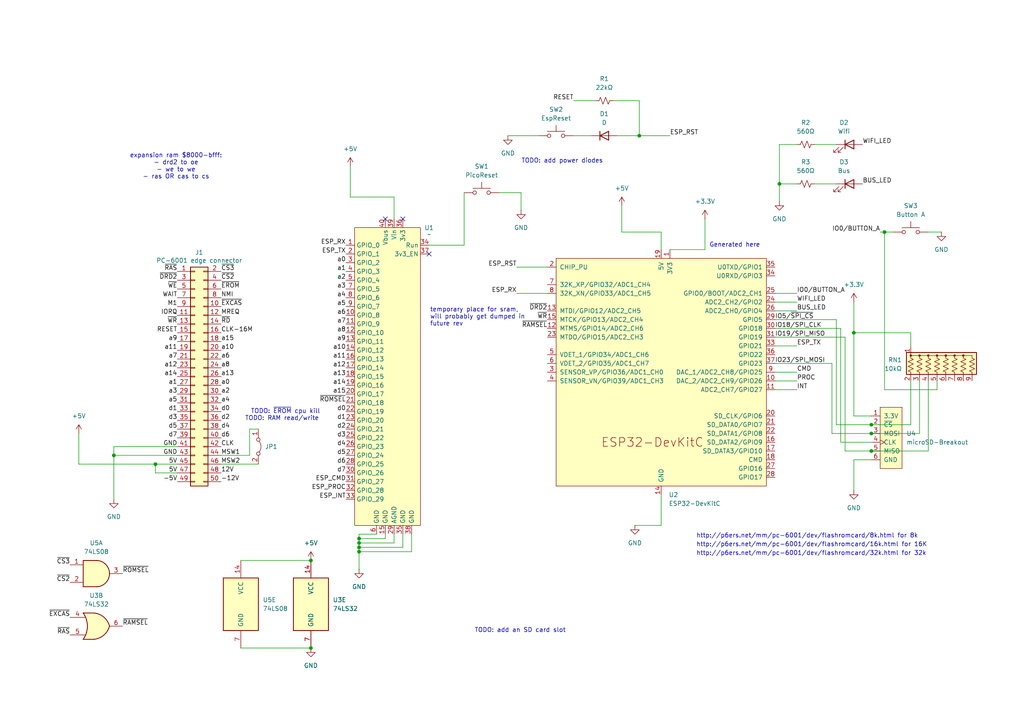
<source format=kicad_sch>
(kicad_sch (version 20231120) (generator "eeschema") (generator_version "8.0")
  (paper "A4")
  (lib_symbols
    (symbol "+5V_1" (power) (pin_numbers hide) (pin_names (offset 0) hide)
      (property "Value" "+5V" (at 0 3.556 0))
      (symbol "+5V_1_1_1"
        (pin power_in line (at 0 0 90) (length 0) (name "~") (number "1"))
      )
    )
    (symbol "+5V_2" (power) (pin_numbers hide) (pin_names (offset 0) hide)
      (property "Value" "+5V" (at 0 3.556 0))
      (symbol "+5V_2_1_1"
        (pin power_in line (at 0 0 90) (length 0) (name "~") (number "1"))
      )
    )
    (symbol "+5V_3" (power) (pin_numbers hide) (pin_names (offset 0) hide)
      (property "Value" "+5V" (at 0 3.556 0))
      (symbol "+5V_3_1_1"
        (pin power_in line (at 0 0 90) (length 0) (name "~") (number "1"))
      )
    )
    (symbol "74xx:74LS08" (pin_names (offset 1.016))
      (property "Reference" "U" (at 0 1.27 0))
      (property "Value" "74LS08" (at 0 -1.27 0))
      (symbol "74LS08_1_1"
        (pin input line (at -7.62 2.54 0) (length 3.81) (name "~") (number "1"))
        (pin input line (at -7.62 -2.54 0) (length 3.81) (name "~") (number "2"))
        (pin output line (at 7.62 0 180) (length 3.81) (name "~") (number "3"))
      )
      (symbol "74LS08_1_2"
        (pin input inverted (at -7.62 2.54 0) (length 4.318) (name "~") (number "1"))
        (pin input inverted (at -7.62 -2.54 0) (length 4.318) (name "~") (number "2"))
        (pin output inverted (at 7.62 0 180) (length 3.81) (name "~") (number "3"))
      )
      (symbol "74LS08_2_1"
        (pin input line (at -7.62 2.54 0) (length 3.81) (name "~") (number "4"))
        (pin input line (at -7.62 -2.54 0) (length 3.81) (name "~") (number "5"))
        (pin output line (at 7.62 0 180) (length 3.81) (name "~") (number "6"))
      )
      (symbol "74LS08_2_2"
        (pin input inverted (at -7.62 2.54 0) (length 4.318) (name "~") (number "4"))
        (pin input inverted (at -7.62 -2.54 0) (length 4.318) (name "~") (number "5"))
        (pin output inverted (at 7.62 0 180) (length 3.81) (name "~") (number "6"))
      )
      (symbol "74LS08_3_1"
        (pin input line (at -7.62 -2.54 0) (length 3.81) (name "~") (number "10"))
        (pin output line (at 7.62 0 180) (length 3.81) (name "~") (number "8"))
        (pin input line (at -7.62 2.54 0) (length 3.81) (name "~") (number "9"))
      )
      (symbol "74LS08_3_2"
        (pin input inverted (at -7.62 -2.54 0) (length 4.318) (name "~") (number "10"))
        (pin output inverted (at 7.62 0 180) (length 3.81) (name "~") (number "8"))
        (pin input inverted (at -7.62 2.54 0) (length 4.318) (name "~") (number "9"))
      )
      (symbol "74LS08_4_1"
        (pin output line (at 7.62 0 180) (length 3.81) (name "~") (number "11"))
        (pin input line (at -7.62 2.54 0) (length 3.81) (name "~") (number "12"))
        (pin input line (at -7.62 -2.54 0) (length 3.81) (name "~") (number "13"))
      )
      (symbol "74LS08_4_2"
        (pin output inverted (at 7.62 0 180) (length 3.81) (name "~") (number "11"))
        (pin input inverted (at -7.62 2.54 0) (length 4.318) (name "~") (number "12"))
        (pin input inverted (at -7.62 -2.54 0) (length 4.318) (name "~") (number "13"))
      )
      (symbol "74LS08_5_0"
        (pin power_in line (at 0 12.7 270) (length 5.08) (name "VCC") (number "14"))
        (pin power_in line (at 0 -12.7 90) (length 5.08) (name "GND") (number "7"))
      )
    )
    (symbol "74xx:74LS32" (pin_names (offset 1.016))
      (property "Reference" "U" (at 0 1.27 0))
      (property "Value" "74LS32" (at 0 -1.27 0))
      (symbol "74LS32_1_1"
        (pin input line (at -7.62 2.54 0) (length 4.318) (name "~") (number "1"))
        (pin input line (at -7.62 -2.54 0) (length 4.318) (name "~") (number "2"))
        (pin output line (at 7.62 0 180) (length 3.81) (name "~") (number "3"))
      )
      (symbol "74LS32_1_2"
        (pin input inverted (at -7.62 2.54 0) (length 3.81) (name "~") (number "1"))
        (pin input inverted (at -7.62 -2.54 0) (length 3.81) (name "~") (number "2"))
        (pin output inverted (at 7.62 0 180) (length 3.81) (name "~") (number "3"))
      )
      (symbol "74LS32_2_1"
        (pin input line (at -7.62 2.54 0) (length 4.318) (name "~") (number "4"))
        (pin input line (at -7.62 -2.54 0) (length 4.318) (name "~") (number "5"))
        (pin output line (at 7.62 0 180) (length 3.81) (name "~") (number "6"))
      )
      (symbol "74LS32_2_2"
        (pin input inverted (at -7.62 2.54 0) (length 3.81) (name "~") (number "4"))
        (pin input inverted (at -7.62 -2.54 0) (length 3.81) (name "~") (number "5"))
        (pin output inverted (at 7.62 0 180) (length 3.81) (name "~") (number "6"))
      )
      (symbol "74LS32_3_1"
        (pin input line (at -7.62 -2.54 0) (length 4.318) (name "~") (number "10"))
        (pin output line (at 7.62 0 180) (length 3.81) (name "~") (number "8"))
        (pin input line (at -7.62 2.54 0) (length 4.318) (name "~") (number "9"))
      )
      (symbol "74LS32_3_2"
        (pin input inverted (at -7.62 -2.54 0) (length 3.81) (name "~") (number "10"))
        (pin output inverted (at 7.62 0 180) (length 3.81) (name "~") (number "8"))
        (pin input inverted (at -7.62 2.54 0) (length 3.81) (name "~") (number "9"))
      )
      (symbol "74LS32_4_1"
        (pin output line (at 7.62 0 180) (length 3.81) (name "~") (number "11"))
        (pin input line (at -7.62 2.54 0) (length 4.318) (name "~") (number "12"))
        (pin input line (at -7.62 -2.54 0) (length 4.318) (name "~") (number "13"))
      )
      (symbol "74LS32_4_2"
        (pin output inverted (at 7.62 0 180) (length 3.81) (name "~") (number "11"))
        (pin input inverted (at -7.62 2.54 0) (length 3.81) (name "~") (number "12"))
        (pin input inverted (at -7.62 -2.54 0) (length 3.81) (name "~") (number "13"))
      )
      (symbol "74LS32_5_0"
        (pin power_in line (at 0 12.7 270) (length 5.08) (name "VCC") (number "14"))
        (pin power_in line (at 0 -12.7 90) (length 5.08) (name "GND") (number "7"))
      )
    )
    (symbol "Connector_Generic:Conn_02x25_Odd_Even" (pin_names (offset 1.016) hide)
      (property "Reference" "J" (at 1.27 33.02 0))
      (property "Value" "Conn_02x25_Odd_Even" (at 1.27 -33.02 0))
      (symbol "Conn_02x25_Odd_Even_1_1"
        (pin passive line (at -5.08 30.48 0) (length 3.81) (name "Pin_1") (number "1"))
        (pin passive line (at 7.62 20.32 180) (length 3.81) (name "Pin_10") (number "10"))
        (pin passive line (at -5.08 17.78 0) (length 3.81) (name "Pin_11") (number "11"))
        (pin passive line (at 7.62 17.78 180) (length 3.81) (name "Pin_12") (number "12"))
        (pin passive line (at -5.08 15.24 0) (length 3.81) (name "Pin_13") (number "13"))
        (pin passive line (at 7.62 15.24 180) (length 3.81) (name "Pin_14") (number "14"))
        (pin passive line (at -5.08 12.7 0) (length 3.81) (name "Pin_15") (number "15"))
        (pin passive line (at 7.62 12.7 180) (length 3.81) (name "Pin_16") (number "16"))
        (pin passive line (at -5.08 10.16 0) (length 3.81) (name "Pin_17") (number "17"))
        (pin passive line (at 7.62 10.16 180) (length 3.81) (name "Pin_18") (number "18"))
        (pin passive line (at -5.08 7.62 0) (length 3.81) (name "Pin_19") (number "19"))
        (pin passive line (at 7.62 30.48 180) (length 3.81) (name "Pin_2") (number "2"))
        (pin passive line (at 7.62 7.62 180) (length 3.81) (name "Pin_20") (number "20"))
        (pin passive line (at -5.08 5.08 0) (length 3.81) (name "Pin_21") (number "21"))
        (pin passive line (at 7.62 5.08 180) (length 3.81) (name "Pin_22") (number "22"))
        (pin passive line (at -5.08 2.54 0) (length 3.81) (name "Pin_23") (number "23"))
        (pin passive line (at 7.62 2.54 180) (length 3.81) (name "Pin_24") (number "24"))
        (pin passive line (at -5.08 0 0) (length 3.81) (name "Pin_25") (number "25"))
        (pin passive line (at 7.62 0 180) (length 3.81) (name "Pin_26") (number "26"))
        (pin passive line (at -5.08 -2.54 0) (length 3.81) (name "Pin_27") (number "27"))
        (pin passive line (at 7.62 -2.54 180) (length 3.81) (name "Pin_28") (number "28"))
        (pin passive line (at -5.08 -5.08 0) (length 3.81) (name "Pin_29") (number "29"))
        (pin passive line (at -5.08 27.94 0) (length 3.81) (name "Pin_3") (number "3"))
        (pin passive line (at 7.62 -5.08 180) (length 3.81) (name "Pin_30") (number "30"))
        (pin passive line (at -5.08 -7.62 0) (length 3.81) (name "Pin_31") (number "31"))
        (pin passive line (at 7.62 -7.62 180) (length 3.81) (name "Pin_32") (number "32"))
        (pin passive line (at -5.08 -10.16 0) (length 3.81) (name "Pin_33") (number "33"))
        (pin passive line (at 7.62 -10.16 180) (length 3.81) (name "Pin_34") (number "34"))
        (pin passive line (at -5.08 -12.7 0) (length 3.81) (name "Pin_35") (number "35"))
        (pin passive line (at 7.62 -12.7 180) (length 3.81) (name "Pin_36") (number "36"))
        (pin passive line (at -5.08 -15.24 0) (length 3.81) (name "Pin_37") (number "37"))
        (pin passive line (at 7.62 -15.24 180) (length 3.81) (name "Pin_38") (number "38"))
        (pin passive line (at -5.08 -17.78 0) (length 3.81) (name "Pin_39") (number "39"))
        (pin passive line (at 7.62 27.94 180) (length 3.81) (name "Pin_4") (number "4"))
        (pin passive line (at 7.62 -17.78 180) (length 3.81) (name "Pin_40") (number "40"))
        (pin passive line (at -5.08 -20.32 0) (length 3.81) (name "Pin_41") (number "41"))
        (pin passive line (at 7.62 -20.32 180) (length 3.81) (name "Pin_42") (number "42"))
        (pin passive line (at -5.08 -22.86 0) (length 3.81) (name "Pin_43") (number "43"))
        (pin passive line (at 7.62 -22.86 180) (length 3.81) (name "Pin_44") (number "44"))
        (pin passive line (at -5.08 -25.4 0) (length 3.81) (name "Pin_45") (number "45"))
        (pin passive line (at 7.62 -25.4 180) (length 3.81) (name "Pin_46") (number "46"))
        (pin passive line (at -5.08 -27.94 0) (length 3.81) (name "Pin_47") (number "47"))
        (pin passive line (at 7.62 -27.94 180) (length 3.81) (name "Pin_48") (number "48"))
        (pin passive line (at -5.08 -30.48 0) (length 3.81) (name "Pin_49") (number "49"))
        (pin passive line (at -5.08 25.4 0) (length 3.81) (name "Pin_5") (number "5"))
        (pin passive line (at 7.62 -30.48 180) (length 3.81) (name "Pin_50") (number "50"))
        (pin passive line (at 7.62 25.4 180) (length 3.81) (name "Pin_6") (number "6"))
        (pin passive line (at -5.08 22.86 0) (length 3.81) (name "Pin_7") (number "7"))
        (pin passive line (at 7.62 22.86 180) (length 3.81) (name "Pin_8") (number "8"))
        (pin passive line (at -5.08 20.32 0) (length 3.81) (name "Pin_9") (number "9"))
      )
    )
    (symbol "Device:D" (pin_numbers hide) (pin_names (offset 1.016) hide)
      (property "Reference" "D" (at 0 2.54 0))
      (property "Value" "D" (at 0 -2.54 0))
      (symbol "D_1_1"
        (pin passive line (at -3.81 0 0) (length 2.54) (name "K") (number "1"))
        (pin passive line (at 3.81 0 180) (length 2.54) (name "A") (number "2"))
      )
    )
    (symbol "Device:LED" (pin_numbers hide) (pin_names (offset 1.016) hide)
      (property "Reference" "D" (at 0 2.54 0))
      (property "Value" "LED" (at 0 -2.54 0))
      (symbol "LED_1_1"
        (pin passive line (at -3.81 0 0) (length 2.54) (name "K") (number "1"))
        (pin passive line (at 3.81 0 180) (length 2.54) (name "A") (number "2"))
      )
    )
    (symbol "Device:R_Network08_US" (pin_names (offset 0) hide)
      (property "Reference" "RN" (at -12.7 0 90))
      (property "Value" "R_Network08_US" (at 10.16 0 90))
      (symbol "R_Network08_US_1_1"
        (pin passive line (at -10.16 5.08 270) (length 2.54) (name "common") (number "1"))
        (pin passive line (at -10.16 -5.08 90) (length 1.27) (name "R1") (number "2"))
        (pin passive line (at -7.62 -5.08 90) (length 1.27) (name "R2") (number "3"))
        (pin passive line (at -5.08 -5.08 90) (length 1.27) (name "R3") (number "4"))
        (pin passive line (at -2.54 -5.08 90) (length 1.27) (name "R4") (number "5"))
        (pin passive line (at 0 -5.08 90) (length 1.27) (name "R5") (number "6"))
        (pin passive line (at 2.54 -5.08 90) (length 1.27) (name "R6") (number "7"))
        (pin passive line (at 5.08 -5.08 90) (length 1.27) (name "R7") (number "8"))
        (pin passive line (at 7.62 -5.08 90) (length 1.27) (name "R8") (number "9"))
      )
    )
    (symbol "Device:R_Small_US" (pin_numbers hide) (pin_names (offset 0.254) hide)
      (property "Reference" "R" (at 0.762 0.508 0))
      (property "Value" "R_Small_US" (at 0.762 -1.016 0))
      (symbol "R_Small_US_1_1"
        (pin passive line (at 0 2.54 270) (length 1.016) (name "~") (number "1"))
        (pin passive line (at 0 -2.54 90) (length 1.016) (name "~") (number "2"))
      )
    )
    (symbol "Espressif:ESP32-DevKitC" (pin_names (offset 1.016))
      (property "Reference" "U" (at -30.48 38.1 0))
      (property "Value" "ESP32-DevKitC" (at -30.48 35.56 0))
      (symbol "ESP32-DevKitC_0_0"
        (text "ESP32-DevKitC" (at -2.54 -20.32 0) (effects (font (size 2.54 2.54))))
        (pin power_in line (at 0 -35.56 90) (length 2.54) (name "GND") (number "14"))
        (pin power_in line (at 0 35.56 270) (length 2.54) (name "5V") (number "19"))
      )
      (symbol "ESP32-DevKitC_1_1"
        (pin power_in line (at 2.54 35.56 270) (length 2.54) (name "3V3") (number "1"))
        (pin bidirectional line (at 33.02 -2.54 180) (length 2.54) (name "DAC_2/ADC2_CH9/GPIO26") (number "10"))
        (pin bidirectional line (at 33.02 -5.08 180) (length 2.54) (name "ADC2_CH7/GPIO27") (number "11"))
        (pin bidirectional line (at -33.02 12.7 0) (length 2.54) (name "MTMS/GPIO14/ADC2_CH6") (number "12"))
        (pin bidirectional line (at -33.02 17.78 0) (length 2.54) (name "MTDI/GPIO12/ADC2_CH5") (number "13"))
        (pin bidirectional line (at -33.02 15.24 0) (length 2.54) (name "MTCK/GPIO13/ADC2_CH4") (number "15"))
        (pin bidirectional line (at 33.02 -20.32 180) (length 2.54) (name "SD_DATA2/GPIO9") (number "16"))
        (pin bidirectional line (at 33.02 -22.86 180) (length 2.54) (name "SD_DATA3/GPIO10") (number "17"))
        (pin bidirectional line (at 33.02 -25.4 180) (length 2.54) (name "CMD") (number "18"))
        (pin input line (at -33.02 30.48 0) (length 2.54) (name "CHIP_PU") (number "2"))
        (pin bidirectional line (at 33.02 -12.7 180) (length 2.54) (name "SD_CLK/GPIO6") (number "20"))
        (pin bidirectional line (at 33.02 -15.24 180) (length 2.54) (name "SD_DATA0/GPIO7") (number "21"))
        (pin bidirectional line (at 33.02 -17.78 180) (length 2.54) (name "SD_DATA1/GPIO8") (number "22"))
        (pin bidirectional line (at -33.02 10.16 0) (length 2.54) (name "MTDO/GPIO15/ADC2_CH3") (number "23"))
        (pin bidirectional line (at 33.02 20.32 180) (length 2.54) (name "ADC2_CH2/GPIO2") (number "24"))
        (pin bidirectional line (at 33.02 22.86 180) (length 2.54) (name "GPIO0/BOOT/ADC2_CH1") (number "25"))
        (pin bidirectional line (at 33.02 17.78 180) (length 2.54) (name "ADC2_CH0/GPIO4") (number "26"))
        (pin bidirectional line (at 33.02 -27.94 180) (length 2.54) (name "GPIO16") (number "27"))
        (pin bidirectional line (at 33.02 -30.48 180) (length 2.54) (name "GPIO17") (number "28"))
        (pin bidirectional line (at 33.02 15.24 180) (length 2.54) (name "GPIO5") (number "29"))
        (pin input line (at -33.02 0 0) (length 2.54) (name "SENSOR_VP/GPIO36/ADC1_CH0") (number "3"))
        (pin bidirectional line (at 33.02 12.7 180) (length 2.54) (name "GPIO18") (number "30"))
        (pin bidirectional line (at 33.02 10.16 180) (length 2.54) (name "GPIO19") (number "31"))
        (pin passive line (at 0 -35.56 90) (length 2.54) hide (name "GND") (number "32"))
        (pin bidirectional line (at 33.02 7.62 180) (length 2.54) (name "GPIO21") (number "33"))
        (pin bidirectional line (at 33.02 27.94 180) (length 2.54) (name "U0RXD/GPIO3") (number "34"))
        (pin bidirectional line (at 33.02 30.48 180) (length 2.54) (name "U0TXD/GPIO1") (number "35"))
        (pin bidirectional line (at 33.02 5.08 180) (length 2.54) (name "GPIO22") (number "36"))
        (pin bidirectional line (at 33.02 2.54 180) (length 2.54) (name "GPIO23") (number "37"))
        (pin passive line (at 0 -35.56 90) (length 2.54) hide (name "GND") (number "38"))
        (pin input line (at -33.02 -2.54 0) (length 2.54) (name "SENSOR_VN/GPIO39/ADC1_CH3") (number "4"))
        (pin input line (at -33.02 5.08 0) (length 2.54) (name "VDET_1/GPIO34/ADC1_CH6") (number "5"))
        (pin input line (at -33.02 2.54 0) (length 2.54) (name "VDET_2/GPIO35/ADC1_CH7") (number "6"))
        (pin bidirectional line (at -33.02 25.4 0) (length 2.54) (name "32K_XP/GPIO32/ADC1_CH4") (number "7"))
        (pin bidirectional line (at -33.02 22.86 0) (length 2.54) (name "32K_XN/GPIO33/ADC1_CH5") (number "8"))
        (pin bidirectional line (at 33.02 0 180) (length 2.54) (name "DAC_1/ADC2_CH8/GPIO25") (number "9"))
      )
    )
    (symbol "GND_1" (power) (pin_numbers hide) (pin_names (offset 0) hide)
      (property "Value" "GND" (at 0 -3.81 0))
      (symbol "GND_1_1_1"
        (pin power_in line (at 0 0 270) (length 0) (name "~") (number "1"))
      )
    )
    (symbol "GND_2" (power) (pin_numbers hide) (pin_names (offset 0) hide)
      (property "Value" "GND" (at 0 -3.81 0))
      (symbol "GND_2_1_1"
        (pin power_in line (at 0 0 270) (length 0) (name "~") (number "1"))
      )
    )
    (symbol "GND_3" (power) (pin_numbers hide) (pin_names (offset 0) hide)
      (property "Value" "GND" (at 0 -3.81 0))
      (symbol "GND_3_1_1"
        (pin power_in line (at 0 0 270) (length 0) (name "~") (number "1"))
      )
    )
    (symbol "GND_4" (power) (pin_numbers hide) (pin_names (offset 0) hide)
      (property "Value" "GND" (at 0 -3.81 0))
      (symbol "GND_4_1_1"
        (pin power_in line (at 0 0 270) (length 0) (name "~") (number "1"))
      )
    )
    (symbol "GND_5" (power) (pin_numbers hide) (pin_names (offset 0) hide)
      (property "Value" "GND" (at 0 -3.81 0))
      (symbol "GND_5_1_1"
        (pin power_in line (at 0 0 270) (length 0) (name "~") (number "1"))
      )
    )
    (symbol "GND_6" (power) (pin_numbers hide) (pin_names (offset 0) hide)
      (property "Value" "GND" (at 0 -3.81 0))
      (symbol "GND_6_1_1"
        (pin power_in line (at 0 0 270) (length 0) (name "~") (number "1"))
      )
    )
    (symbol "GND_7" (power) (pin_numbers hide) (pin_names (offset 0) hide)
      (property "Value" "GND" (at 0 -3.81 0))
      (symbol "GND_7_1_1"
        (pin power_in line (at 0 0 270) (length 0) (name "~") (number "1"))
      )
    )
    (symbol "GND_8" (power) (pin_numbers hide) (pin_names (offset 0) hide)
      (property "Value" "GND" (at 0 -3.81 0))
      (symbol "GND_8_1_1"
        (pin power_in line (at 0 0 270) (length 0) (name "~") (number "1"))
      )
    )
    (symbol "Jumper:Jumper_2_Bridged" (pin_names (offset 0) hide)
      (property "Reference" "JP" (at 0 1.905 0))
      (property "Value" "Jumper_2_Bridged" (at 0 -2.54 0))
      (symbol "Jumper_2_Bridged_1_1"
        (pin passive line (at -5.08 0 0) (length 2.54) (name "A") (number "1"))
        (pin passive line (at 5.08 0 180) (length 2.54) (name "B") (number "2"))
      )
    )
    (symbol "Switch:SW_Push" (pin_numbers hide) (pin_names (offset 1.016) hide)
      (property "Reference" "SW" (at 1.27 2.54 0))
      (property "Value" "SW_Push" (at 0 -1.524 0))
      (symbol "SW_Push_0_1"
        (pin passive line (at -5.08 0 0) (length 2.54) (name "1") (number "1"))
        (pin passive line (at 5.08 0 180) (length 2.54) (name "2") (number "2"))
      )
    )
    (symbol "UltimatePico:UltimatePico16MB"
      (property "Reference" "U" (at 0 0 0))
      (symbol "UltimatePico16MB_1_1"
        (pin bidirectional line (at -13.97 -12.7 0) (length 2.54) (name "GPIO_0") (number "1"))
        (pin bidirectional line (at -13.97 -33.02 0) (length 2.54) (name "GPIO_8") (number "10"))
        (pin bidirectional line (at -13.97 -35.56 0) (length 2.54) (name "GPIO_9") (number "11"))
        (pin bidirectional line (at -13.97 -38.1 0) (length 2.54) (name "GPIO_10") (number "12"))
        (pin bidirectional line (at -13.97 -40.64 0) (length 2.54) (name "GPIO_11") (number "13"))
        (pin bidirectional line (at -13.97 -43.18 0) (length 2.54) (name "GPIO_12") (number "14"))
        (pin power_in line (at -2.54 -96.52 90) (length 2.54) (name "GND") (number "15"))
        (pin bidirectional line (at -13.97 -45.72 0) (length 2.54) (name "GPIO_13") (number "16"))
        (pin bidirectional line (at -13.97 -48.26 0) (length 2.54) (name "GPIO_14") (number "17"))
        (pin bidirectional line (at -13.97 -50.8 0) (length 2.54) (name "GPIO_15") (number "18"))
        (pin bidirectional line (at -13.97 -53.34 0) (length 2.54) (name "GPIO_16") (number "19"))
        (pin bidirectional line (at -13.97 -15.24 0) (length 2.54) (name "GPIO_1") (number "2"))
        (pin bidirectional line (at -13.97 -55.88 0) (length 2.54) (name "GPIO_17") (number "20"))
        (pin bidirectional line (at -13.97 -58.42 0) (length 2.54) (name "GPIO_18") (number "21"))
        (pin bidirectional line (at -13.97 -60.96 0) (length 2.54) (name "GPIO_19") (number "22"))
        (pin bidirectional line (at -13.97 -63.5 0) (length 2.54) (name "GPIO_20") (number "23"))
        (pin bidirectional line (at -13.97 -66.04 0) (length 2.54) (name "GPIO_21") (number "24"))
        (pin bidirectional line (at -13.97 -68.58 0) (length 2.54) (name "GPIO_22") (number "25"))
        (pin bidirectional line (at -13.97 -71.12 0) (length 2.54) (name "GPIO_23") (number "26"))
        (pin bidirectional line (at -13.97 -73.66 0) (length 2.54) (name "GPIO_24") (number "27"))
        (pin bidirectional line (at -13.97 -76.2 0) (length 2.54) (name "GPIO_25") (number "28"))
        (pin power_in line (at 0 -96.52 90) (length 2.54) (name "AGND") (number "29"))
        (pin bidirectional line (at -13.97 -17.78 0) (length 2.54) (name "GPIO_2") (number "3"))
        (pin bidirectional line (at -13.97 -78.74 0) (length 2.54) (name "GPIO_26") (number "30"))
        (pin bidirectional line (at -13.97 -81.28 0) (length 2.54) (name "GPIO_27") (number "31"))
        (pin bidirectional line (at -13.97 -83.82 0) (length 2.54) (name "GPIO_28") (number "32"))
        (pin bidirectional line (at -13.97 -86.36 0) (length 2.54) (name "GPIO_29") (number "33"))
        (pin input line (at 10.16 -12.7 180) (length 2.54) (name "Run") (number "34"))
        (pin power_in line (at 2.54 -96.52 90) (length 2.54) (name "GND") (number "35"))
        (pin power_in line (at 2.54 -5.08 270) (length 2.54) (name "3v3") (number "36"))
        (pin input line (at 10.16 -15.24 180) (length 2.54) (name "3v3_EN") (number "37"))
        (pin power_in line (at 5.08 -96.52 90) (length 2.54) (name "GND") (number "38"))
        (pin power_in line (at 0 -5.08 270) (length 2.54) (name "Vin") (number "39"))
        (pin bidirectional line (at -13.97 -20.32 0) (length 2.54) (name "GPIO_3") (number "4"))
        (pin power_in line (at -2.54 -5.08 270) (length 2.54) (name "Vbus") (number "40"))
        (pin bidirectional line (at -13.97 -22.86 0) (length 2.54) (name "GPIO_4") (number "5"))
        (pin power_in line (at -5.08 -96.52 90) (length 2.54) (name "GND") (number "6"))
        (pin bidirectional line (at -13.97 -25.4 0) (length 2.54) (name "GPIO_5") (number "7"))
        (pin bidirectional line (at -13.97 -27.94 0) (length 2.54) (name "GPIO_6") (number "8"))
        (pin bidirectional line (at -13.97 -30.48 0) (length 2.54) (name "GPIO_7") (number "9"))
      )
    )
    (symbol "microSD_Breakout:microSD-Breakout" (pin_names (offset 1.016))
      (property "Reference" "U" (at 0 0 0))
      (property "Value" "microSD-Breakout" (at 0 0 0))
      (symbol "microSD-Breakout_1_1"
        (pin power_in line (at -5.08 16.51 0) (length 2.54) (name "3.3V") (number "1"))
        (pin input line (at -5.08 13.97 0) (length 2.54) (name "~{CS}") (number "2"))
        (pin input line (at -5.08 11.43 0) (length 2.54) (name "MOSI") (number "3"))
        (pin input clock (at -5.08 8.89 0) (length 2.54) (name "CLK") (number "4"))
        (pin output line (at -5.08 6.35 0) (length 2.54) (name "MISO") (number "5"))
        (pin power_in line (at -5.08 3.81 0) (length 2.54) (name "GND") (number "6"))
      )
    )
    (symbol "power:+3.3V" (power) (pin_numbers hide) (pin_names (offset 0) hide)
      (property "Value" "+3.3V" (at 0 3.556 0))
      (symbol "+3.3V_1_1"
        (pin power_in line (at 0 0 90) (length 0) (name "~") (number "1"))
      )
    )
    (symbol "power:+5V" (power) (pin_names (offset 0))
      (property "Value" "+5V" (at 0 3.556 0))
      (symbol "+5V_1_1"
        (pin power_in line (at 0 0 90) (length 0) hide (name "+5V") (number "1"))
      )
    )
    (symbol "power:GND" (power) (pin_names (offset 0))
      (property "Value" "GND" (at 0 -3.81 0))
      (symbol "GND_1_1"
        (pin power_in line (at 0 0 270) (length 0) hide (name "GND") (number "1"))
      )
    )
  )
  (junction (at 256.54 67.31))
  (junction (at 104.14 158.75))
  (junction (at 90.17 187.96))
  (junction (at 185.42 39.37))
  (junction (at 252.73 123.19))
  (junction (at 33.02 132.08))
  (junction (at 90.17 162.56))
  (junction (at 226.06 53.34))
  (junction (at 252.73 125.73))
  (junction (at 247.65 96.52))
  (junction (at 252.73 130.81))
  (junction (at 104.14 156.21))
  (junction (at 104.14 160.02))
  (junction (at 45.085 134.62))
  (junction (at 104.14 157.48))
  (no_connect (at 116.84 63.5))
  (no_connect (at 124.46 73.66))
  (no_connect (at 111.76 63.5))
  (wire (pts (xy 224.79 113.03) (xy 231.14 113.03)))
  (wire (pts (xy 101.6 57.15) (xy 114.3 57.15)))
  (wire (pts (xy 64.135 132.08) (xy 72.39 132.08)))
  (wire (pts (xy 224.79 90.17) (xy 231.14 90.17)))
  (wire (pts (xy 104.14 154.94) (xy 109.22 154.94)))
  (wire (pts (xy 22.86 134.62) (xy 45.085 134.62)))
  (wire (pts (xy 114.3 57.15) (xy 114.3 63.5)))
  (wire (pts (xy 226.06 58.42) (xy 226.06 53.34)))
  (wire (pts (xy 236.22 53.34) (xy 242.57 53.34)))
  (wire (pts (xy 226.06 53.34) (xy 231.14 53.34)))
  (wire (pts (xy 114.3 154.94) (xy 114.3 157.48)))
  (wire (pts (xy 22.86 125.73) (xy 22.86 134.62)))
  (wire (pts (xy 166.37 39.37) (xy 171.45 39.37)))
  (wire (pts (xy 166.37 29.21) (xy 172.72 29.21)))
  (wire (pts (xy 252.73 130.81) (xy 269.24 130.81)))
  (wire (pts (xy 119.38 160.02) (xy 104.14 160.02)))
  (wire (pts (xy 33.02 132.08) (xy 33.02 129.54)))
  (wire (pts (xy 33.02 132.08) (xy 51.435 132.08)))
  (wire (pts (xy 204.47 63.5) (xy 204.47 72.39)))
  (wire (pts (xy 271.78 110.49) (xy 271.78 113.03)))
  (wire (pts (xy 204.47 72.39) (xy 194.31 72.39)))
  (wire (pts (xy 51.435 137.16) (xy 45.085 137.16)))
  (wire (pts (xy 111.76 156.21) (xy 104.14 156.21)))
  (wire (pts (xy 179.07 39.37) (xy 185.42 39.37)))
  (wire (pts (xy 247.65 120.65) (xy 252.73 120.65)))
  (wire (pts (xy 241.3 105.41) (xy 241.3 125.73)))
  (wire (pts (xy 269.24 67.31) (xy 273.05 67.31)))
  (wire (pts (xy 119.38 154.94) (xy 119.38 160.02)))
  (wire (pts (xy 243.84 128.27) (xy 252.73 128.27)))
  (wire (pts (xy 69.85 187.96) (xy 90.17 187.96)))
  (wire (pts (xy 242.57 123.19) (xy 252.73 123.19)))
  (wire (pts (xy 184.15 152.4) (xy 191.77 152.4)))
  (wire (pts (xy 149.86 85.09) (xy 158.75 85.09)))
  (wire (pts (xy 69.85 162.56) (xy 90.17 162.56)))
  (wire (pts (xy 177.8 29.21) (xy 185.42 29.21)))
  (wire (pts (xy 266.7 125.73) (xy 266.7 110.49)))
  (wire (pts (xy 33.02 144.78) (xy 33.02 132.08)))
  (wire (pts (xy 224.79 85.09) (xy 231.14 85.09)))
  (wire (pts (xy 180.34 59.69) (xy 180.34 67.31)))
  (wire (pts (xy 72.39 132.08) (xy 72.39 124.46)))
  (wire (pts (xy 104.14 157.48) (xy 104.14 156.21)))
  (wire (pts (xy 243.84 95.25) (xy 243.84 128.27)))
  (wire (pts (xy 252.73 125.73) (xy 266.7 125.73)))
  (wire (pts (xy 104.14 156.21) (xy 104.14 154.94)))
  (wire (pts (xy 116.84 158.75) (xy 104.14 158.75)))
  (wire (pts (xy 264.16 96.52) (xy 247.65 96.52)))
  (wire (pts (xy 252.73 123.19) (xy 264.16 123.19)))
  (wire (pts (xy 264.16 123.19) (xy 264.16 110.49)))
  (wire (pts (xy 224.79 92.71) (xy 242.57 92.71)))
  (wire (pts (xy 226.06 53.34) (xy 226.06 41.91)))
  (wire (pts (xy 134.62 71.12) (xy 124.46 71.12)))
  (wire (pts (xy 247.65 96.52) (xy 247.65 120.65)))
  (wire (pts (xy 104.14 160.02) (xy 104.14 158.75)))
  (wire (pts (xy 224.79 100.33) (xy 231.14 100.33)))
  (wire (pts (xy 116.84 154.94) (xy 116.84 158.75)))
  (wire (pts (xy 224.79 97.79) (xy 245.11 97.79)))
  (wire (pts (xy 224.79 87.63) (xy 231.14 87.63)))
  (wire (pts (xy 45.085 137.16) (xy 45.085 134.62)))
  (wire (pts (xy 224.79 105.41) (xy 241.3 105.41)))
  (wire (pts (xy 256.54 67.31) (xy 259.08 67.31)))
  (wire (pts (xy 247.65 142.24) (xy 247.65 133.35)))
  (wire (pts (xy 236.22 41.91) (xy 242.57 41.91)))
  (wire (pts (xy 104.14 158.75) (xy 104.14 157.48)))
  (wire (pts (xy 114.3 157.48) (xy 104.14 157.48)))
  (wire (pts (xy 149.86 77.47) (xy 158.75 77.47)))
  (wire (pts (xy 72.39 124.46) (xy 74.93 124.46)))
  (wire (pts (xy 245.11 130.81) (xy 252.73 130.81)))
  (wire (pts (xy 151.13 60.96) (xy 151.13 55.88)))
  (wire (pts (xy 134.62 55.88) (xy 134.62 71.12)))
  (wire (pts (xy 224.79 110.49) (xy 231.14 110.49)))
  (wire (pts (xy 151.13 55.88) (xy 144.78 55.88)))
  (wire (pts (xy 101.6 48.26) (xy 101.6 57.15)))
  (wire (pts (xy 33.02 129.54) (xy 51.435 129.54)))
  (wire (pts (xy 111.76 154.94) (xy 111.76 156.21)))
  (wire (pts (xy 191.77 67.31) (xy 191.77 72.39)))
  (wire (pts (xy 247.65 133.35) (xy 252.73 133.35)))
  (wire (pts (xy 191.77 152.4) (xy 191.77 143.51)))
  (wire (pts (xy 45.085 134.62) (xy 51.435 134.62)))
  (wire (pts (xy 185.42 39.37) (xy 194.31 39.37)))
  (wire (pts (xy 241.3 125.73) (xy 252.73 125.73)))
  (wire (pts (xy 242.57 92.71) (xy 242.57 123.19)))
  (wire (pts (xy 185.42 29.21) (xy 185.42 39.37)))
  (wire (pts (xy 104.14 165.1) (xy 104.14 160.02)))
  (wire (pts (xy 226.06 41.91) (xy 231.14 41.91)))
  (wire (pts (xy 147.32 39.37) (xy 156.21 39.37)))
  (wire (pts (xy 269.24 130.81) (xy 269.24 110.49)))
  (wire (pts (xy 64.135 134.62) (xy 74.93 134.62)))
  (wire (pts (xy 224.79 107.95) (xy 231.14 107.95)))
  (wire (pts (xy 256.54 113.03) (xy 271.78 113.03)))
  (wire (pts (xy 256.54 67.31) (xy 256.54 113.03)))
  (wire (pts (xy 224.79 95.25) (xy 243.84 95.25)))
  (wire (pts (xy 255.27 67.31) (xy 256.54 67.31)))
  (wire (pts (xy 180.34 67.31) (xy 191.77 67.31)))
  (wire (pts (xy 245.11 97.79) (xy 245.11 130.81)))
  (wire (pts (xy 264.16 100.33) (xy 264.16 96.52)))
  (wire (pts (xy 247.65 87.63) (xy 247.65 96.52)))
  (text "TODO: add an SD card slot" (at 150.876 182.88 0) (effects (font (size 1.27 1.27))))
  (text "http://p6ers.net/mm/pc-6001/dev/flashromcard/8k.html for 8k" (at 201.93 156.21 0) (effects (font (size 1.27 1.27)) (justify left bottom)))
  (text "http://p6ers.net/mm/pc-6001/dev/flashromcard/32k.html for 32k" (at 201.93 161.29 0) (effects (font (size 1.27 1.27)) (justify left bottom)))
  (text "TODO: ~{EROM} cpu kill" (at 82.804 119.38 0) (effects (font (size 1.27 1.27))))
  (text "Generated here" (at 213.106 71.12 0) (effects (font (size 1.27 1.27))))
  (text "temporary place for sram,\nwill probably get dumped in\nfuture rev" (at 124.714 91.948 0) (effects (font (size 1.27 1.27)) (justify left)))
  (text "TODO: RAM read/write" (at 81.788 121.412 0) (effects (font (size 1.27 1.27))))
  (text "http://p6ers.net/mm/pc-6001/dev/flashromcard/16k.html for 16K" (at 201.93 158.75 0) (effects (font (size 1.27 1.27)) (justify left bottom)))
  (text "expansion ram $8000-bfff:\n- drd2 to oe\n- we to we\n- ras OR cas to cs" (at 51.054 48.26 0) (effects (font (size 1.27 1.27))))
  (text "TODO: add power diodes" (at 163.068 46.736 0) (effects (font (size 1.27 1.27))))
  (label "a2" (at 64.135 114.3 0))
  (label "ESP_PROC" (at 100.33 142.24 180))
  (label "WIFI_LED" (at 231.14 87.63 0))
  (label "d7" (at 100.33 137.16 180))
  (label "d2" (at 64.135 121.92 0))
  (label "a1" (at 51.435 111.76 180))
  (label "a12" (at 100.33 106.68 180))
  (label "d5" (at 51.435 124.46 180))
  (label "-12V" (at 64.135 139.7 0))
  (label "d1" (at 51.435 119.38 180))
  (label "NMI" (at 64.135 86.36 0))
  (label "a7" (at 100.33 93.98 180))
  (label "~{EROM}" (at 64.135 83.82 0))
  (label "~{DRD2}" (at 51.435 81.28 180))
  (label "12V" (at 64.135 137.16 0))
  (label "a8" (at 64.135 106.68 0))
  (label "a12" (at 51.435 106.68 180))
  (label "a3" (at 51.435 114.3 180))
  (label "ESP_RST" (at 149.86 77.47 180))
  (label "CMD" (at 231.14 107.95 0))
  (label "a11" (at 100.33 104.14 180))
  (label "~{RAS}" (at 51.435 78.74 180))
  (label "a10" (at 100.33 101.6 180))
  (label "~{ROMSEL}" (at 100.33 116.84 180))
  (label "~{RD}" (at 64.135 93.98 0))
  (label "~{DRD2}" (at 158.75 90.17 180))
  (label "a15" (at 100.33 114.3 180))
  (label "ESP_RX" (at 100.33 71.12 180))
  (label "~{WR}" (at 51.435 93.98 180))
  (label "~{WR}" (at 158.75 92.71 180))
  (label "~{RAMSEL}" (at 158.75 95.25 180))
  (label "d3" (at 100.33 127 180))
  (label "~{EXCAS}" (at 64.135 88.9 0))
  (label "-5V" (at 51.435 139.7 180))
  (label "~{ROMSEL}" (at 35.56 166.37 0))
  (label "a15" (at 64.135 99.06 0))
  (label "ESP_TX" (at 100.33 73.66 180))
  (label "IORQ" (at 51.435 91.44 180))
  (label "a0" (at 100.33 76.2 180))
  (label "MREQ" (at 64.135 91.44 0))
  (label "a11" (at 51.435 101.6 180))
  (label "a5" (at 51.435 116.84 180))
  (label "~{CS2}" (at 20.32 168.91 180))
  (label "RESET" (at 166.37 29.21 180))
  (label "a13" (at 100.33 109.22 180))
  (label "MSW1" (at 64.135 132.08 0))
  (label "~{CS3}" (at 64.135 78.74 0))
  (label "a14" (at 100.33 111.76 180))
  (label "~{EXCAS}" (at 20.32 179.07 180))
  (label "a3" (at 100.33 83.82 180))
  (label "CLK-16M" (at 64.135 96.52 0))
  (label "WAIT" (at 51.435 86.36 180))
  (label "a4" (at 64.135 116.84 0))
  (label "ESP_TX" (at 231.14 100.33 0))
  (label "~{RAMSEL}" (at 35.56 181.61 0))
  (label "a13" (at 64.135 109.22 0))
  (label "d6" (at 100.33 134.62 180))
  (label "a6" (at 100.33 91.44 180))
  (label "ESP_RX" (at 149.86 85.09 180))
  (label "a5" (at 100.33 88.9 180))
  (label "CLK" (at 64.135 129.54 0))
  (label "d3" (at 51.435 121.92 180))
  (label "a1" (at 100.33 78.74 180))
  (label "d1" (at 100.33 121.92 180))
  (label "d0" (at 100.33 119.38 180))
  (label "BUS_LED" (at 231.14 90.17 0))
  (label "IO18{slash}SPI_CLK" (at 224.79 95.25 0))
  (label "MSW2" (at 64.135 134.62 0))
  (label "IO23{slash}SPI_MOSI" (at 224.79 105.41 0))
  (label "d4" (at 100.33 129.54 180))
  (label "d5" (at 100.33 132.08 180))
  (label "~{RAS}" (at 20.32 184.15 180))
  (label "a10" (at 64.135 101.6 0))
  (label "RESET" (at 51.435 96.52 180))
  (label "a7" (at 51.435 104.14 180))
  (label "GND" (at 51.435 132.08 180))
  (label "5V" (at 51.435 137.16 180))
  (label "IO19{slash}SPI_MISO" (at 224.79 97.79 0))
  (label "IO0{slash}BUTTON_A" (at 255.27 67.31 180))
  (label "d6" (at 64.135 127 0))
  (label "ESP_CMD" (at 100.33 139.7 180))
  (label "a0" (at 64.135 111.76 0))
  (label "d2" (at 100.33 124.46 180))
  (label "ESP_RST" (at 194.31 39.37 0))
  (label "a14" (at 51.435 109.22 180))
  (label "a9" (at 51.435 99.06 180))
  (label "PROC" (at 231.14 110.49 0))
  (label "d7" (at 51.435 127 180))
  (label "ESP_INT" (at 100.33 144.78 180))
  (label "IO5{slash}~{SPI_CS}" (at 224.79 92.71 0))
  (label "d0" (at 64.135 119.38 0))
  (label "~{WE}" (at 51.435 83.82 180))
  (label "GND" (at 51.435 129.54 180))
  (label "a9" (at 100.33 99.06 180))
  (label "BUS_LED" (at 250.19 53.34 0))
  (label "~{CS2}" (at 64.135 81.28 0))
  (label "M1" (at 51.435 88.9 180))
  (label "INT" (at 231.14 113.03 0))
  (label "~{CS3}" (at 20.32 163.83 180))
  (label "IO0{slash}BUTTON_A" (at 231.14 85.09 0))
  (label "WIFI_LED" (at 250.19 41.91 0))
  (label "a2" (at 100.33 81.28 180))
  (label "a6" (at 64.135 104.14 0))
  (label "a4" (at 100.33 86.36 180))
  (label "d4" (at 64.135 124.46 0))
  (label "5V" (at 51.435 134.62 180))
  (label "a8" (at 100.33 96.52 180))
  (symbol (lib_id "Connector_Generic:Conn_02x25_Odd_Even") (at 56.515 109.22 0) (unit 1)
    (property "Reference" "J1" (at 57.785 73.2282 0))
    (property "Value" "PC-6001 edge connector" (at 57.785 75.5396 0))
    (property "Footprint" "PC6001 Edge Connector:PC6001 Cartridge Connector" (effects (hide yes)))
  )
  (symbol (lib_id "Device:LED") (at 246.38 53.34 0) (unit 1)
    (property "Reference" "D3" (at 244.7925 46.99 0))
    (property "Value" "Bus" (at 244.7925 49.53 0))
    (property "Footprint" "LED_THT:LED_D3.0mm" (effects (hide yes)))
    (property "Description" "Light emitting diode" (effects (hide yes)))
  )
  (symbol (lib_id "Device:R_Network08_US") (at 274.32 105.41 0) (unit 1)
    (property "Reference" "RN1" (at 261.62 104.3939 0) (effects (justify right)))
    (property "Value" "10kΩ" (at 261.62 106.9339 0) (effects (justify right)))
    (property "Footprint" "Resistor_THT:R_Array_SIP9" (effects (hide yes)))
    (property "Datasheet" "http://www.vishay.com/docs/31509/csc.pdf" (effects (hide yes)))
    (property "Description" "8 resistor network, star topology, bussed resistors, small US symbol" (effects (hide yes)))
  )
  (symbol (lib_name "GND_8") (lib_id "power:GND") (at 273.05 67.31 0) (unit 1)
    (property "Reference" "#PWR015" (effects (hide yes)))
    (property "Value" "GND" (at 273.05 72.39 0))
    (property "Description" "Power symbol creates a global label with name \"GND\" , ground" (effects (hide yes)))
  )
  (symbol (lib_id "UltimatePico:UltimatePico16MB") (at 114.3 58.42 0) (unit 1)
    (property "Reference" "U1" (at 124.46 66.0714 0))
    (property "Value" "~" (at 124.46 67.9765 0))
    (property "Footprint" "UltimatePico:UltimatePico" (effects (hide yes)))
  )
  (symbol (lib_id "Device:R_Small_US") (at 175.26 29.21 90) (unit 1)
    (property "Reference" "R1" (at 175.26 22.86 90))
    (property "Value" "22kΩ" (at 175.26 25.4 90))
    (property "Footprint" "Resistor_THT:R_Axial_DIN0207_L6.3mm_D2.5mm_P10.16mm_Horizontal" (effects (hide yes)))
    (property "Description" "Resistor, small US symbol" (effects (hide yes)))
  )
  (symbol (lib_name "+5V_1") (lib_id "power:+5V") (at 101.6 48.26 0) (unit 1)
    (property "Reference" "#PWR01" (effects (hide yes)))
    (property "Value" "+5V" (at 101.6 43.18 0))
    (property "Description" "Power symbol creates a global label with name \"+5V\"" (effects (hide yes)))
  )
  (symbol (lib_id "74xx:74LS32") (at 90.17 175.26 0) (unit 5)
    (property "Reference" "U3" (at 96.52 173.9899 0) (effects (justify left)))
    (property "Value" "74LS32" (at 96.52 176.5299 0) (effects (justify left)))
    (property "Footprint" "Package_DIP:DIP-14_W7.62mm_Socket_LongPads" (effects (hide yes)))
    (property "Datasheet" "http://www.ti.com/lit/gpn/sn74LS32" (effects (hide yes)))
    (property "Description" "Quad 2-input OR" (effects (hide yes)))
  )
  (symbol (lib_id "74xx:74LS08") (at 27.94 166.37 0) (unit 1)
    (property "Reference" "U5" (at 27.9317 157.48 0))
    (property "Value" "74LS08" (at 27.9317 160.02 0))
    (property "Footprint" "Package_DIP:DIP-14_W7.62mm_Socket_LongPads" (effects (hide yes)))
    (property "Datasheet" "http://www.ti.com/lit/gpn/sn74LS08" (effects (hide yes)))
    (property "Description" "Quad And2" (effects (hide yes)))
  )
  (symbol (lib_id "Device:R_Small_US") (at 233.68 41.91 90) (unit 1)
    (property "Reference" "R2" (at 233.68 35.56 90))
    (property "Value" "560Ω" (at 233.68 38.1 90))
    (property "Footprint" "Resistor_THT:R_Axial_DIN0207_L6.3mm_D2.5mm_P10.16mm_Horizontal" (effects (hide yes)))
    (property "Description" "Resistor, small US symbol" (effects (hide yes)))
  )
  (symbol (lib_name "GND_2") (lib_id "power:GND") (at 104.14 165.1 0) (unit 1)
    (property "Reference" "#PWR03" (effects (hide yes)))
    (property "Value" "GND" (at 104.14 170.18 0))
    (property "Description" "Power symbol creates a global label with name \"GND\" , ground" (effects (hide yes)))
  )
  (symbol (lib_id "power:+3.3V") (at 204.47 63.5 0) (unit 1)
    (property "Reference" "#PWR08" (effects (hide yes)))
    (property "Value" "+3.3V" (at 204.47 58.42 0))
    (property "Description" "Power symbol creates a global label with name \"+3.3V\"" (effects (hide yes)))
  )
  (symbol (lib_id "Jumper:Jumper_2_Bridged") (at 74.93 129.54 270) (unit 1)
    (property "Reference" "JP1" (at 76.835 129.54 90) (effects (justify left)))
    (property "Value" "Jumper_2_Bridged" (effects (hide yes)))
    (property "Footprint" "Jumper:SolderJumper-2_P1.3mm_Bridged2Bar_Pad1.0x1.5mm" (effects (hide yes)))
  )
  (symbol (lib_id "power:+5V") (at 22.86 125.73 0) (unit 1)
    (property "Reference" "#PWR06" (effects (hide yes)))
    (property "Value" "+5V" (at 22.86 120.65 0))
  )
  (symbol (lib_name "+5V_3") (lib_id "power:+5V") (at 90.17 162.56 0) (unit 1)
    (property "Reference" "#PWR010" (effects (hide yes)))
    (property "Value" "+5V" (at 90.17 157.48 0))
    (property "Description" "Power symbol creates a global label with name \"+5V\"" (effects (hide yes)))
  )
  (symbol (lib_id "power:GND") (at 33.02 144.78 0) (unit 1)
    (property "Reference" "#PWR05" (effects (hide yes)))
    (property "Value" "GND" (at 33.02 149.86 0))
  )
  (symbol (lib_id "Switch:SW_Push") (at 139.7 55.88 0) (unit 1)
    (property "Reference" "SW1" (at 139.7 48.26 0))
    (property "Value" "PicoReset" (at 139.7 50.8 0))
    (property "Footprint" "Button_Switch_THT:SW_PUSH_6mm" (effects (hide yes)))
    (property "Description" "Push button switch, generic, two pins" (effects (hide yes)))
  )
  (symbol (lib_id "74xx:74LS32") (at 27.94 181.61 0) (unit 2)
    (property "Reference" "U3" (at 27.94 172.72 0))
    (property "Value" "74LS32" (at 27.94 175.26 0))
    (property "Footprint" "Package_DIP:DIP-14_W7.62mm_Socket_LongPads" (effects (hide yes)))
    (property "Datasheet" "http://www.ti.com/lit/gpn/sn74LS32" (effects (hide yes)))
    (property "Description" "Quad 2-input OR" (effects (hide yes)))
  )
  (symbol (lib_id "74xx:74LS08") (at 69.85 175.26 0) (unit 5)
    (property "Reference" "U5" (at 76.2 173.9899 0) (effects (justify left)))
    (property "Value" "74LS08" (at 76.2 176.5299 0) (effects (justify left)))
    (property "Footprint" "Package_DIP:DIP-14_W7.62mm_Socket_LongPads" (effects (hide yes)))
    (property "Datasheet" "http://www.ti.com/lit/gpn/sn74LS08" (effects (hide yes)))
    (property "Description" "Quad And2" (effects (hide yes)))
  )
  (symbol (lib_id "Espressif:ESP32-DevKitC") (at 191.77 107.95 0) (unit 1)
    (property "Reference" "U2" (at 193.9641 143.51 0) (effects (justify left)))
    (property "Value" "ESP32-DevKitC" (at 193.9641 146.05 0) (effects (justify left)))
    (property "Footprint" "Espressif:ESP32-DevKitC" (effects (hide yes)))
    (property "Datasheet" "https://docs.espressif.com/projects/esp-idf/zh_CN/latest/esp32/hw-reference/esp32/get-started-devkitc.html" (effects (hide yes)))
    (property "Description" "Development Kit" (effects (hide yes)))
  )
  (symbol (lib_name "GND_1") (lib_id "power:GND") (at 151.13 60.96 0) (unit 1)
    (property "Reference" "#PWR02" (effects (hide yes)))
    (property "Value" "GND" (at 151.13 66.04 0))
    (property "Description" "Power symbol creates a global label with name \"GND\" , ground" (effects (hide yes)))
  )
  (symbol (lib_name "+5V_2") (lib_id "power:+5V") (at 180.34 59.69 0) (unit 1)
    (property "Reference" "#PWR07" (effects (hide yes)))
    (property "Value" "+5V" (at 180.34 54.61 0))
    (property "Description" "Power symbol creates a global label with name \"+5V\"" (effects (hide yes)))
  )
  (symbol (lib_id "Switch:SW_Push") (at 264.16 67.31 0) (unit 1)
    (property "Reference" "SW3" (at 264.16 59.69 0))
    (property "Value" "Button A" (at 264.16 62.23 0))
    (property "Footprint" "Button_Switch_THT:SW_PUSH_6mm" (effects (hide yes)))
    (property "Description" "Push button switch, generic, two pins" (effects (hide yes)))
  )
  (symbol (lib_name "GND_4") (lib_id "power:GND") (at 90.17 187.96 0) (unit 1)
    (property "Reference" "#PWR09" (effects (hide yes)))
    (property "Value" "GND" (at 90.17 193.04 0))
    (property "Description" "Power symbol creates a global label with name \"GND\" , ground" (effects (hide yes)))
  )
  (symbol (lib_id "Switch:SW_Push") (at 161.29 39.37 0) (unit 1)
    (property "Reference" "SW2" (at 161.29 31.75 0))
    (property "Value" "EspReset" (at 161.29 34.29 0))
    (property "Footprint" "Button_Switch_THT:SW_PUSH_6mm" (effects (hide yes)))
    (property "Description" "Push button switch, generic, two pins" (effects (hide yes)))
  )
  (symbol (lib_id "power:+3.3V") (at 247.65 87.63 0) (unit 1)
    (property "Reference" "#PWR012" (effects (hide yes)))
    (property "Value" "+3.3V" (at 247.65 82.55 0))
    (property "Description" "Power symbol creates a global label with name \"+3.3V\"" (effects (hide yes)))
  )
  (symbol (lib_id "Device:R_Small_US") (at 233.68 53.34 90) (unit 1)
    (property "Reference" "R3" (at 233.68 46.99 90))
    (property "Value" "560Ω" (at 233.68 49.53 90))
    (property "Footprint" "Resistor_THT:R_Axial_DIN0207_L6.3mm_D2.5mm_P10.16mm_Horizontal" (effects (hide yes)))
    (property "Description" "Resistor, small US symbol" (effects (hide yes)))
  )
  (symbol (lib_name "GND_5") (lib_id "power:GND") (at 147.32 39.37 0) (unit 1)
    (property "Reference" "#PWR011" (effects (hide yes)))
    (property "Value" "GND" (at 147.32 44.45 0))
    (property "Description" "Power symbol creates a global label with name \"GND\" , ground" (effects (hide yes)))
  )
  (symbol (lib_name "GND_3") (lib_id "power:GND") (at 184.15 152.4 0) (unit 1)
    (property "Reference" "#PWR04" (effects (hide yes)))
    (property "Value" "GND" (at 184.15 157.48 0))
    (property "Description" "Power symbol creates a global label with name \"GND\" , ground" (effects (hide yes)))
  )
  (symbol (lib_name "GND_6") (lib_id "power:GND") (at 247.65 142.24 0) (unit 1)
    (property "Reference" "#PWR013" (effects (hide yes)))
    (property "Value" "GND" (at 247.65 147.32 0))
    (property "Description" "Power symbol creates a global label with name \"GND\" , ground" (effects (hide yes)))
  )
  (symbol (lib_name "GND_7") (lib_id "power:GND") (at 226.06 58.42 0) (unit 1)
    (property "Reference" "#PWR014" (effects (hide yes)))
    (property "Value" "GND" (at 226.06 63.5 0))
    (property "Description" "Power symbol creates a global label with name \"GND\" , ground" (effects (hide yes)))
  )
  (symbol (lib_id "Device:D") (at 175.26 39.37 0) (unit 1)
    (property "Reference" "D1" (at 175.26 33.02 0))
    (property "Value" "D" (at 175.26 35.56 0))
    (property "Footprint" "Diode_THT:D_DO-35_SOD27_P7.62mm_Horizontal" (effects (hide yes)))
    (property "Description" "Diode" (effects (hide yes)))
    (property "Sim.Device" "D" (effects (hide yes)))
    (property "Sim.Pins" "1=K 2=A" (effects (hide yes)))
  )
  (symbol (lib_id "Device:LED") (at 246.38 41.91 0) (unit 1)
    (property "Reference" "D2" (at 244.7925 35.56 0))
    (property "Value" "Wifi" (at 244.7925 38.1 0))
    (property "Footprint" "LED_THT:LED_D3.0mm" (effects (hide yes)))
    (property "Description" "Light emitting diode" (effects (hide yes)))
  )
  (symbol (lib_id "microSD_Breakout:microSD-Breakout") (at 257.81 137.16 0) (unit 1)
    (property "Reference" "U4" (at 262.89 125.7299 0) (effects (justify left)))
    (property "Value" "microSD-Breakout" (at 262.89 128.2699 0) (effects (justify left)))
    (property "Footprint" "microSD_Breakout:microSD_AliExpress" (effects (hide yes)))
  )
)
</source>
